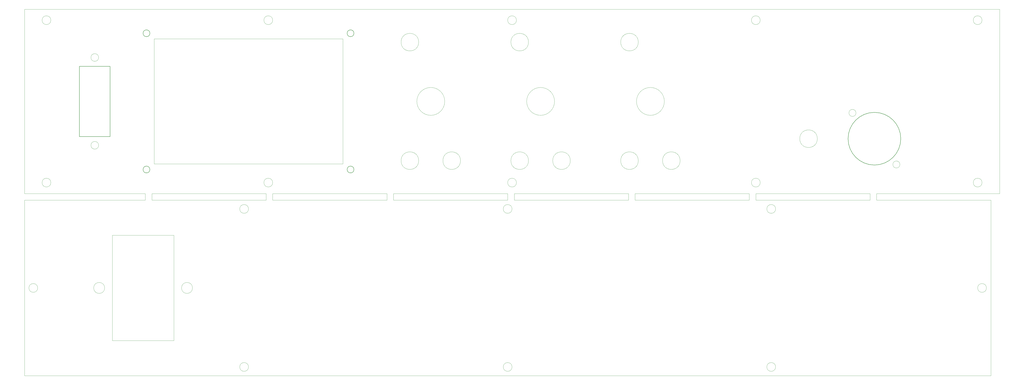
<source format=gm1>
%TF.GenerationSoftware,KiCad,Pcbnew,(6.0.11)*%
%TF.CreationDate,2023-05-30T15:21:17-07:00*%
%TF.ProjectId,Cubesat_Power_Supply_Faceplates,43756265-7361-4745-9f50-6f7765725f53,rev?*%
%TF.SameCoordinates,Original*%
%TF.FileFunction,Profile,NP*%
%FSLAX46Y46*%
G04 Gerber Fmt 4.6, Leading zero omitted, Abs format (unit mm)*
G04 Created by KiCad (PCBNEW (6.0.11)) date 2023-05-30 15:21:17*
%MOMM*%
%LPD*%
G01*
G04 APERTURE LIST*
%TA.AperFunction,Profile*%
%ADD10C,0.100000*%
%TD*%
%TA.AperFunction,Profile*%
%ADD11C,0.150000*%
%TD*%
G04 APERTURE END LIST*
D10*
X413000000Y-164000000D02*
X465000000Y-164000000D01*
X302000000Y-243000000D02*
G75*
G03*
X302000000Y-243000000I-2000000J0D01*
G01*
X304000000Y-159000000D02*
G75*
G03*
X304000000Y-159000000I-2000000J0D01*
G01*
X135000000Y-164000000D02*
X80000000Y-164000000D01*
X321350000Y-122000000D02*
G75*
G03*
X321350000Y-122000000I-6350000J0D01*
G01*
X465000000Y-164000000D02*
X465000000Y-167000000D01*
X300000000Y-167000000D02*
X248000000Y-167000000D01*
X328525000Y-149000000D02*
G75*
G03*
X328525000Y-149000000I-4000000J0D01*
G01*
X304000000Y-85000000D02*
G75*
G03*
X304000000Y-85000000I-2000000J0D01*
G01*
X248000000Y-167000000D02*
X248000000Y-164000000D01*
X478600000Y-150750000D02*
G75*
G03*
X478600000Y-150750000I-1600000J0D01*
G01*
X80000000Y-164000000D02*
X80000000Y-80000000D01*
X271350000Y-122000000D02*
G75*
G03*
X271350000Y-122000000I-6350000J0D01*
G01*
X80000000Y-80000000D02*
X524000000Y-80000000D01*
X415000000Y-85000000D02*
G75*
G03*
X415000000Y-85000000I-2000000J0D01*
G01*
X359475000Y-95000000D02*
G75*
G03*
X359475000Y-95000000I-4000000J0D01*
G01*
X468000000Y-164000000D02*
X468000000Y-167000000D01*
X524000000Y-80000000D02*
X524000000Y-164000000D01*
X520000000Y-247000000D02*
X80000000Y-247000000D01*
D11*
X230010000Y-153040000D02*
G75*
G03*
X230010000Y-153040000I-1550000J0D01*
G01*
X137090000Y-153040000D02*
G75*
G03*
X137090000Y-153040000I-1550000J0D01*
G01*
D10*
X193000000Y-85000000D02*
G75*
G03*
X193000000Y-85000000I-2000000J0D01*
G01*
X465000000Y-167000000D02*
X413000000Y-167000000D01*
X468000000Y-167000000D02*
X520000000Y-167000000D01*
X113750000Y-102000000D02*
G75*
G03*
X113750000Y-102000000I-1750000J0D01*
G01*
X309475000Y-95000000D02*
G75*
G03*
X309475000Y-95000000I-4000000J0D01*
G01*
X518000000Y-207000000D02*
G75*
G03*
X518000000Y-207000000I-2000000J0D01*
G01*
X413000000Y-167000000D02*
X413000000Y-164000000D01*
X441000000Y-139000000D02*
G75*
G03*
X441000000Y-139000000I-4000000J0D01*
G01*
X422000000Y-171000000D02*
G75*
G03*
X422000000Y-171000000I-2000000J0D01*
G01*
X245000000Y-164000000D02*
X245000000Y-167000000D01*
X355000000Y-167000000D02*
X303000000Y-167000000D01*
X358000000Y-164000000D02*
X410000000Y-164000000D01*
X520000000Y-167000000D02*
X520000000Y-247000000D01*
D11*
X230010000Y-90960000D02*
G75*
G03*
X230010000Y-90960000I-1550000J0D01*
G01*
D10*
X303000000Y-167000000D02*
X303000000Y-164000000D01*
X148000000Y-183000000D02*
X120000000Y-183000000D01*
X120000000Y-183000000D02*
X120000000Y-231000000D01*
X120000000Y-231000000D02*
X148000000Y-231000000D01*
X148000000Y-231000000D02*
X148000000Y-183000000D01*
X193000000Y-164000000D02*
X245000000Y-164000000D01*
X410000000Y-167000000D02*
X358000000Y-167000000D01*
D11*
X105000000Y-106000000D02*
X119000000Y-106000000D01*
X119000000Y-106000000D02*
X119000000Y-138000000D01*
X119000000Y-138000000D02*
X105000000Y-138000000D01*
X105000000Y-138000000D02*
X105000000Y-106000000D01*
D10*
X415000000Y-159000000D02*
G75*
G03*
X415000000Y-159000000I-2000000J0D01*
G01*
X80000000Y-247000000D02*
X80000000Y-167000000D01*
X135000000Y-167000000D02*
X135000000Y-164000000D01*
X371350000Y-122000000D02*
G75*
G03*
X371350000Y-122000000I-6350000J0D01*
G01*
X516000000Y-159000000D02*
G75*
G03*
X516000000Y-159000000I-2000000J0D01*
G01*
X92000000Y-85000000D02*
G75*
G03*
X92000000Y-85000000I-2000000J0D01*
G01*
X113750000Y-142000000D02*
G75*
G03*
X113750000Y-142000000I-1750000J0D01*
G01*
X359475000Y-149000000D02*
G75*
G03*
X359475000Y-149000000I-4000000J0D01*
G01*
X156500000Y-207000000D02*
G75*
G03*
X156500000Y-207000000I-2500000J0D01*
G01*
X92000000Y-159000000D02*
G75*
G03*
X92000000Y-159000000I-2000000J0D01*
G01*
X358000000Y-167000000D02*
X358000000Y-164000000D01*
X190000000Y-167000000D02*
X190000000Y-164000000D01*
X302000000Y-171000000D02*
G75*
G03*
X302000000Y-171000000I-2000000J0D01*
G01*
X378525000Y-149000000D02*
G75*
G03*
X378525000Y-149000000I-4000000J0D01*
G01*
X278525000Y-149000000D02*
G75*
G03*
X278525000Y-149000000I-4000000J0D01*
G01*
X355000000Y-164000000D02*
X355000000Y-167000000D01*
X245000000Y-167000000D02*
X193000000Y-167000000D01*
X309475000Y-149000000D02*
G75*
G03*
X309475000Y-149000000I-4000000J0D01*
G01*
D11*
X479000000Y-139000000D02*
G75*
G03*
X479000000Y-139000000I-12000000J0D01*
G01*
D10*
X182000000Y-243000000D02*
G75*
G03*
X182000000Y-243000000I-2000000J0D01*
G01*
X422000000Y-243000000D02*
G75*
G03*
X422000000Y-243000000I-2000000J0D01*
G01*
X458600000Y-127250000D02*
G75*
G03*
X458600000Y-127250000I-1600000J0D01*
G01*
X516000000Y-85000000D02*
G75*
G03*
X516000000Y-85000000I-2000000J0D01*
G01*
X86000000Y-207000000D02*
G75*
G03*
X86000000Y-207000000I-2000000J0D01*
G01*
X193000000Y-167000000D02*
X193000000Y-164000000D01*
X303000000Y-164000000D02*
X355000000Y-164000000D01*
X248000000Y-164000000D02*
X300000000Y-164000000D01*
X300000000Y-164000000D02*
X300000000Y-167000000D01*
X138000000Y-167000000D02*
X138000000Y-164000000D01*
X116500000Y-207000000D02*
G75*
G03*
X116500000Y-207000000I-2500000J0D01*
G01*
X182000000Y-171000000D02*
G75*
G03*
X182000000Y-171000000I-2000000J0D01*
G01*
X138000000Y-164000000D02*
X190000000Y-164000000D01*
X80000000Y-167000000D02*
X135000000Y-167000000D01*
X225000000Y-93500000D02*
X139000000Y-93500000D01*
X139000000Y-93500000D02*
X139000000Y-150500000D01*
X139000000Y-150500000D02*
X225000000Y-150500000D01*
X225000000Y-150500000D02*
X225000000Y-93500000D01*
X259475000Y-95000000D02*
G75*
G03*
X259475000Y-95000000I-4000000J0D01*
G01*
X410000000Y-164000000D02*
X410000000Y-167000000D01*
X259475000Y-149000000D02*
G75*
G03*
X259475000Y-149000000I-4000000J0D01*
G01*
X190000000Y-167000000D02*
X138000000Y-167000000D01*
D11*
X137090000Y-90960000D02*
G75*
G03*
X137090000Y-90960000I-1550000J0D01*
G01*
D10*
X524000000Y-164000000D02*
X468000000Y-164000000D01*
X193000000Y-159000000D02*
G75*
G03*
X193000000Y-159000000I-2000000J0D01*
G01*
M02*

</source>
